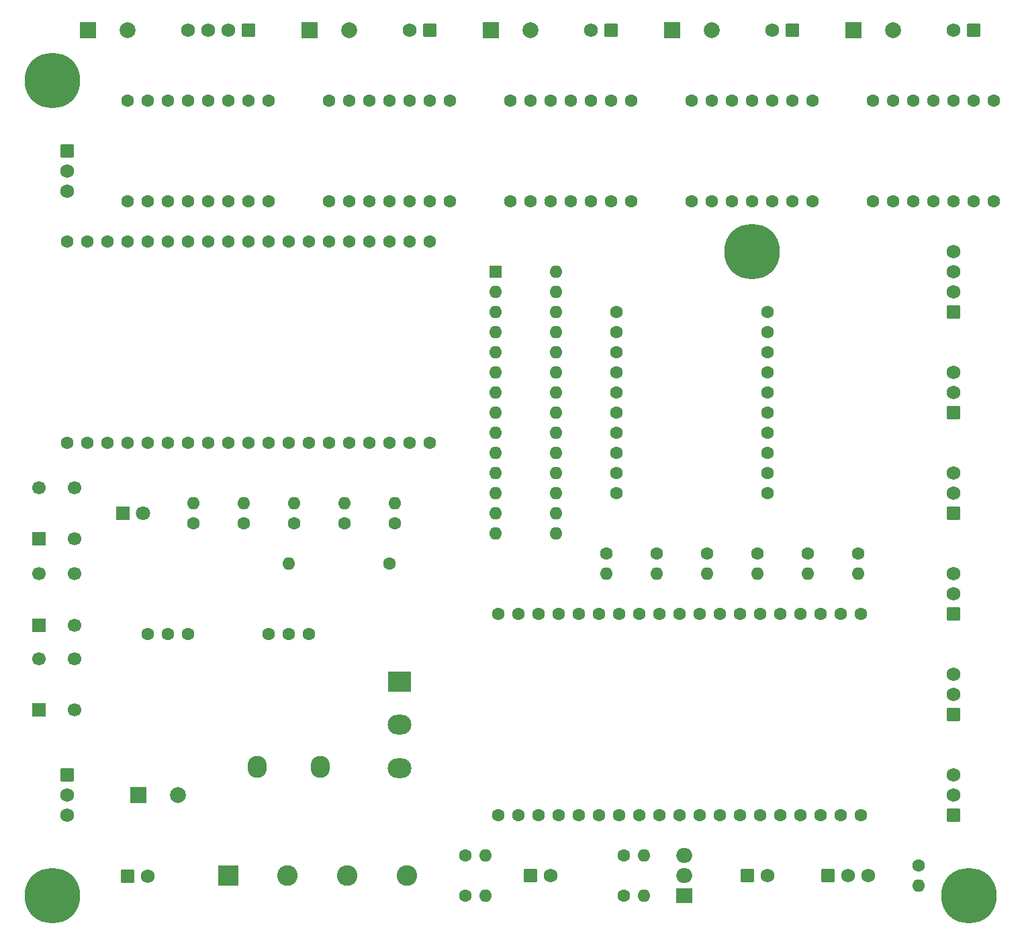
<source format=gbr>
%TF.GenerationSoftware,KiCad,Pcbnew,8.0.1*%
%TF.CreationDate,2024-08-10T06:31:29+02:00*%
%TF.ProjectId,2024-04-23 PCBV1.1,32303234-2d30-4342-9d32-332050434256,rev?*%
%TF.SameCoordinates,Original*%
%TF.FileFunction,Soldermask,Bot*%
%TF.FilePolarity,Negative*%
%FSLAX46Y46*%
G04 Gerber Fmt 4.6, Leading zero omitted, Abs format (unit mm)*
G04 Created by KiCad (PCBNEW 8.0.1) date 2024-08-10 06:31:29*
%MOMM*%
%LPD*%
G01*
G04 APERTURE LIST*
G04 Aperture macros list*
%AMRoundRect*
0 Rectangle with rounded corners*
0 $1 Rounding radius*
0 $2 $3 $4 $5 $6 $7 $8 $9 X,Y pos of 4 corners*
0 Add a 4 corners polygon primitive as box body*
4,1,4,$2,$3,$4,$5,$6,$7,$8,$9,$2,$3,0*
0 Add four circle primitives for the rounded corners*
1,1,$1+$1,$2,$3*
1,1,$1+$1,$4,$5*
1,1,$1+$1,$6,$7*
1,1,$1+$1,$8,$9*
0 Add four rect primitives between the rounded corners*
20,1,$1+$1,$2,$3,$4,$5,0*
20,1,$1+$1,$4,$5,$6,$7,0*
20,1,$1+$1,$6,$7,$8,$9,0*
20,1,$1+$1,$8,$9,$2,$3,0*%
G04 Aperture macros list end*
%ADD10C,1.600000*%
%ADD11O,1.600000X1.600000*%
%ADD12RoundRect,0.250000X0.620000X0.620000X-0.620000X0.620000X-0.620000X-0.620000X0.620000X-0.620000X0*%
%ADD13C,1.740000*%
%ADD14C,4.500000*%
%ADD15C,7.000000*%
%ADD16R,1.700000X1.700000*%
%ADD17C,1.700000*%
%ADD18R,3.000000X2.500000*%
%ADD19O,3.000000X2.500000*%
%ADD20RoundRect,0.250000X0.620000X-0.620000X0.620000X0.620000X-0.620000X0.620000X-0.620000X-0.620000X0*%
%ADD21R,2.000000X2.000000*%
%ADD22C,2.000000*%
%ADD23R,1.600000X1.600000*%
%ADD24RoundRect,0.250000X-0.620000X0.620000X-0.620000X-0.620000X0.620000X-0.620000X0.620000X0.620000X0*%
%ADD25R,2.000000X1.905000*%
%ADD26O,2.000000X1.905000*%
%ADD27R,2.600000X2.600000*%
%ADD28C,2.600000*%
%ADD29RoundRect,0.250000X-0.620000X-0.620000X0.620000X-0.620000X0.620000X0.620000X-0.620000X0.620000X0*%
%ADD30O,2.400000X2.800000*%
%ADD31R,1.800000X1.800000*%
%ADD32C,1.800000*%
G04 APERTURE END LIST*
D10*
%TO.C,R2*%
X120040000Y-109220000D03*
D11*
X120040000Y-111760000D03*
%TD*%
D10*
%TO.C,R4*%
X67970000Y-105410000D03*
D11*
X67970000Y-102870000D03*
%TD*%
D12*
%TO.C,J4*%
X68580000Y-43180000D03*
D13*
X66040000Y-43180000D03*
X63500000Y-43180000D03*
X60960000Y-43180000D03*
%TD*%
D10*
%TO.C,R9*%
X95910000Y-147320000D03*
D11*
X98450000Y-147320000D03*
%TD*%
D12*
%TO.C,J16*%
X160020000Y-43180000D03*
D13*
X157480000Y-43180000D03*
%TD*%
D10*
%TO.C,Difflock1*%
X147320000Y-64770000D03*
X149860000Y-64770000D03*
X152400000Y-64770000D03*
X154940000Y-64770000D03*
X157480000Y-64770000D03*
X160020000Y-64770000D03*
X162560000Y-64770000D03*
X162560000Y-52070000D03*
X160020000Y-52070000D03*
X157480000Y-52070000D03*
X154940000Y-52070000D03*
X152400000Y-52070000D03*
X149860000Y-52070000D03*
X147320000Y-52070000D03*
%TD*%
%TO.C,R12*%
X115905000Y-147320000D03*
D11*
X118445000Y-147320000D03*
%TD*%
D14*
%TO.C,H3*%
X43840000Y-152400000D03*
D15*
X43840000Y-152400000D03*
%TD*%
D16*
%TO.C,SW3*%
X42200000Y-128980000D03*
D17*
X42200000Y-122480000D03*
X46700000Y-128980000D03*
X46700000Y-122480000D03*
%TD*%
D10*
%TO.C,U1*%
X145832500Y-142240000D03*
X100112500Y-116840000D03*
X100112500Y-142240000D03*
X102652500Y-142240000D03*
X105192500Y-142240000D03*
X107732500Y-142240000D03*
X110272500Y-142240000D03*
X112812500Y-142240000D03*
X115352500Y-142240000D03*
X117892500Y-142240000D03*
X120432500Y-142240000D03*
X122972500Y-142240000D03*
X125512500Y-142240000D03*
X128052500Y-142240000D03*
X130592500Y-142240000D03*
X133132500Y-142240000D03*
X135672500Y-142240000D03*
X138212500Y-142240000D03*
X140752500Y-142240000D03*
X143292500Y-142240000D03*
X145832500Y-116840000D03*
X143292500Y-116840000D03*
X140752500Y-116840000D03*
X138212500Y-116840000D03*
X135672500Y-116840000D03*
X133132500Y-116840000D03*
X130592500Y-116840000D03*
X128052500Y-116840000D03*
X125512500Y-116840000D03*
X122972500Y-116840000D03*
X120432500Y-116840000D03*
X117892500Y-116840000D03*
X112812500Y-116840000D03*
X110272500Y-116840000D03*
X107732500Y-116840000D03*
X105192500Y-116840000D03*
X102652500Y-116840000D03*
X115352500Y-116840000D03*
%TD*%
D18*
%TO.C,Q1*%
X87630000Y-125350000D03*
D19*
X87630000Y-130810000D03*
X87630000Y-136270000D03*
%TD*%
D20*
%TO.C,J7*%
X157480000Y-116840000D03*
D13*
X157480000Y-114300000D03*
X157480000Y-111760000D03*
%TD*%
D10*
%TO.C,U3*%
X134010000Y-88900000D03*
X134010000Y-91440000D03*
X134010000Y-81280000D03*
X134010000Y-93980000D03*
X134010000Y-96520000D03*
X134010000Y-99060000D03*
X134010000Y-101600000D03*
X134010000Y-78740000D03*
X134010000Y-86360000D03*
X134010000Y-83820000D03*
%TD*%
D16*
%TO.C,SW2*%
X42200000Y-118260000D03*
D17*
X42200000Y-111760000D03*
X46700000Y-118260000D03*
X46700000Y-111760000D03*
%TD*%
D21*
%TO.C,C10*%
X48340000Y-43180000D03*
D22*
X53340000Y-43180000D03*
%TD*%
D14*
%TO.C,H1*%
X43840000Y-49530000D03*
D15*
X43840000Y-49530000D03*
%TD*%
D10*
%TO.C,R1*%
X113690000Y-109220000D03*
D11*
X113690000Y-111760000D03*
%TD*%
D23*
%TO.C,U2*%
X99720000Y-73660000D03*
D11*
X99720000Y-76200000D03*
X99720000Y-78740000D03*
X99720000Y-81280000D03*
X99720000Y-83820000D03*
X99720000Y-86360000D03*
X99720000Y-88900000D03*
X99720000Y-91440000D03*
X99720000Y-93980000D03*
X99720000Y-96520000D03*
X99720000Y-99060000D03*
X99720000Y-101600000D03*
X99720000Y-104140000D03*
X99720000Y-106680000D03*
X107340000Y-106680000D03*
X107340000Y-104140000D03*
X107340000Y-101600000D03*
X107340000Y-99060000D03*
X107340000Y-96520000D03*
X107340000Y-93980000D03*
X107340000Y-91440000D03*
X107340000Y-88900000D03*
X107340000Y-86360000D03*
X107340000Y-83820000D03*
X107340000Y-81280000D03*
X107340000Y-78740000D03*
X107340000Y-76200000D03*
X107340000Y-73660000D03*
%TD*%
D20*
%TO.C,J1*%
X157480000Y-78740000D03*
D13*
X157480000Y-76200000D03*
X157480000Y-73660000D03*
X157480000Y-71120000D03*
%TD*%
D20*
%TO.C,J8*%
X157480000Y-129540000D03*
D13*
X157480000Y-127000000D03*
X157480000Y-124460000D03*
%TD*%
D10*
%TO.C,ClutchB1*%
X124460000Y-64770000D03*
X127000000Y-64770000D03*
X129540000Y-64770000D03*
X132080000Y-64770000D03*
X134620000Y-64770000D03*
X137160000Y-64770000D03*
X139700000Y-64770000D03*
X139700000Y-52070000D03*
X137160000Y-52070000D03*
X134620000Y-52070000D03*
X132080000Y-52070000D03*
X129540000Y-52070000D03*
X127000000Y-52070000D03*
X124460000Y-52070000D03*
%TD*%
%TO.C,DC/DC2*%
X71120000Y-119380000D03*
X73660000Y-119380000D03*
X76200000Y-119380000D03*
%TD*%
%TO.C,R3*%
X74320000Y-105410000D03*
D11*
X74320000Y-102870000D03*
%TD*%
D20*
%TO.C,J6*%
X157480000Y-104140000D03*
D13*
X157480000Y-101600000D03*
X157480000Y-99060000D03*
%TD*%
D20*
%TO.C,J12*%
X157505000Y-142240000D03*
D13*
X157505000Y-139700000D03*
X157505000Y-137160000D03*
%TD*%
D12*
%TO.C,J14*%
X114300000Y-43180000D03*
D13*
X111760000Y-43180000D03*
%TD*%
D10*
%TO.C,A1*%
X71120000Y-52080000D03*
X68580000Y-52080000D03*
X66040000Y-52080000D03*
X63500000Y-52080000D03*
X60960000Y-52080000D03*
X58420000Y-52080000D03*
X55880000Y-52080000D03*
X53340000Y-52080000D03*
X53340000Y-64780000D03*
X55880000Y-64780000D03*
X58420000Y-64780000D03*
X60960000Y-64780000D03*
X63500000Y-64780000D03*
X66040000Y-64780000D03*
X68580000Y-64780000D03*
X71120000Y-64780000D03*
%TD*%
D12*
%TO.C,J15*%
X137160000Y-43180000D03*
D13*
X134620000Y-43180000D03*
%TD*%
D10*
%TO.C,R13*%
X115905000Y-152400000D03*
D11*
X118445000Y-152400000D03*
%TD*%
D24*
%TO.C,J3*%
X45720000Y-58420000D03*
D13*
X45720000Y-60960000D03*
X45720000Y-63500000D03*
%TD*%
D25*
%TO.C,Q2*%
X123525000Y-152400000D03*
D26*
X123525000Y-149860000D03*
X123525000Y-147320000D03*
%TD*%
D10*
%TO.C,R8*%
X80670000Y-105410000D03*
D11*
X80670000Y-102870000D03*
%TD*%
D24*
%TO.C,J2*%
X45720000Y-137160000D03*
D13*
X45720000Y-139700000D03*
X45720000Y-142240000D03*
%TD*%
D27*
%TO.C,J18*%
X66040000Y-149860000D03*
D28*
X73540000Y-149860000D03*
X81040000Y-149860000D03*
X88540000Y-149860000D03*
%TD*%
D10*
%TO.C,U6*%
X45720000Y-69850000D03*
X91440000Y-95250000D03*
X91440000Y-69850000D03*
X88900000Y-69850000D03*
X86360000Y-69850000D03*
X83820000Y-69850000D03*
X81280000Y-69850000D03*
X78740000Y-69850000D03*
X76200000Y-69850000D03*
X73660000Y-69850000D03*
X71120000Y-69850000D03*
X68580000Y-69850000D03*
X66040000Y-69850000D03*
X63500000Y-69850000D03*
X60960000Y-69850000D03*
X58420000Y-69850000D03*
X55880000Y-69850000D03*
X53340000Y-69850000D03*
X50800000Y-69850000D03*
X48260000Y-69850000D03*
X45720000Y-95250000D03*
X48260000Y-95250000D03*
X50800000Y-95250000D03*
X53340000Y-95250000D03*
X55880000Y-95250000D03*
X58420000Y-95250000D03*
X60960000Y-95250000D03*
X63500000Y-95250000D03*
X66040000Y-95250000D03*
X68580000Y-95250000D03*
X71120000Y-95250000D03*
X73660000Y-95250000D03*
X78740000Y-95250000D03*
X81280000Y-95250000D03*
X83820000Y-95250000D03*
X86360000Y-95250000D03*
X88900000Y-95250000D03*
X76200000Y-95250000D03*
%TD*%
%TO.C,R18*%
X139090000Y-109220000D03*
D11*
X139090000Y-111760000D03*
%TD*%
D29*
%TO.C,J17*%
X53340000Y-149980000D03*
D13*
X55880000Y-149980000D03*
%TD*%
D29*
%TO.C,J11*%
X131470000Y-149860000D03*
D13*
X134010000Y-149860000D03*
%TD*%
D21*
%TO.C,C11*%
X99140000Y-43180000D03*
D22*
X104140000Y-43180000D03*
%TD*%
D21*
%TO.C,C9*%
X144860000Y-43180000D03*
D22*
X149860000Y-43180000D03*
%TD*%
D10*
%TO.C,R10*%
X95910000Y-152400000D03*
D11*
X98450000Y-152400000D03*
%TD*%
D12*
%TO.C,J13*%
X91440000Y-43180000D03*
D13*
X88900000Y-43180000D03*
%TD*%
D29*
%TO.C,J10*%
X141630000Y-149860000D03*
D13*
X144170000Y-149860000D03*
X146710000Y-149860000D03*
%TD*%
D10*
%TO.C,R19*%
X145440000Y-109220000D03*
D11*
X145440000Y-111760000D03*
%TD*%
D16*
%TO.C,SW1*%
X42200000Y-107390000D03*
D17*
X42200000Y-100890000D03*
X46700000Y-107390000D03*
X46700000Y-100890000D03*
%TD*%
D21*
%TO.C,C14*%
X54690000Y-139700000D03*
D22*
X59690000Y-139700000D03*
%TD*%
D20*
%TO.C,J5*%
X157480000Y-91440000D03*
D13*
X157480000Y-88900000D03*
X157480000Y-86360000D03*
%TD*%
D30*
%TO.C,F1*%
X69660000Y-136160000D03*
X77660000Y-136160000D03*
%TD*%
D10*
%TO.C,DC/DC1*%
X55880000Y-119380000D03*
X58420000Y-119380000D03*
X60960000Y-119380000D03*
%TD*%
%TO.C,R16*%
X126390000Y-109220000D03*
D11*
X126390000Y-111760000D03*
%TD*%
D10*
%TO.C,U4*%
X114960000Y-88900000D03*
X114960000Y-91440000D03*
X114960000Y-81280000D03*
X114960000Y-93980000D03*
X114960000Y-96520000D03*
X114960000Y-99060000D03*
X114960000Y-101600000D03*
X114960000Y-78740000D03*
X114960000Y-86360000D03*
X114960000Y-83820000D03*
%TD*%
D14*
%TO.C,H2*%
X132080000Y-71120000D03*
D15*
X132080000Y-71120000D03*
%TD*%
D31*
%TO.C,D1*%
X52730000Y-104140000D03*
D32*
X55270000Y-104140000D03*
%TD*%
D10*
%TO.C,R17*%
X132740000Y-109220000D03*
D11*
X132740000Y-111760000D03*
%TD*%
D21*
%TO.C,C1*%
X76280000Y-43180000D03*
D22*
X81280000Y-43180000D03*
%TD*%
D29*
%TO.C,J9*%
X104140000Y-149860000D03*
D13*
X106680000Y-149860000D03*
%TD*%
D10*
%TO.C,R5*%
X61620000Y-105410000D03*
D11*
X61620000Y-102870000D03*
%TD*%
D10*
%TO.C,ClutchA1*%
X101625000Y-64770000D03*
X104165000Y-64770000D03*
X106705000Y-64770000D03*
X109245000Y-64770000D03*
X111785000Y-64770000D03*
X114325000Y-64770000D03*
X116865000Y-64770000D03*
X116865000Y-52070000D03*
X114325000Y-52070000D03*
X111785000Y-52070000D03*
X109245000Y-52070000D03*
X106705000Y-52070000D03*
X104165000Y-52070000D03*
X101625000Y-52070000D03*
%TD*%
D21*
%TO.C,C12*%
X122000000Y-43180000D03*
D22*
X127000000Y-43180000D03*
%TD*%
D10*
%TO.C,R11*%
X87020000Y-105410000D03*
D11*
X87020000Y-102870000D03*
%TD*%
D10*
%TO.C,R15*%
X153060000Y-148590000D03*
D11*
X153060000Y-151130000D03*
%TD*%
D14*
%TO.C,H4*%
X159410000Y-152400000D03*
D15*
X159410000Y-152400000D03*
%TD*%
D10*
%TO.C,R6*%
X86385000Y-110490000D03*
D11*
X73685000Y-110490000D03*
%TD*%
D10*
%TO.C,Shifter1*%
X78740000Y-64770000D03*
X81280000Y-64770000D03*
X83820000Y-64770000D03*
X86360000Y-64770000D03*
X88900000Y-64770000D03*
X91440000Y-64770000D03*
X93980000Y-64770000D03*
X93980000Y-52070000D03*
X91440000Y-52070000D03*
X88900000Y-52070000D03*
X86360000Y-52070000D03*
X83820000Y-52070000D03*
X81280000Y-52070000D03*
X78740000Y-52070000D03*
%TD*%
M02*

</source>
